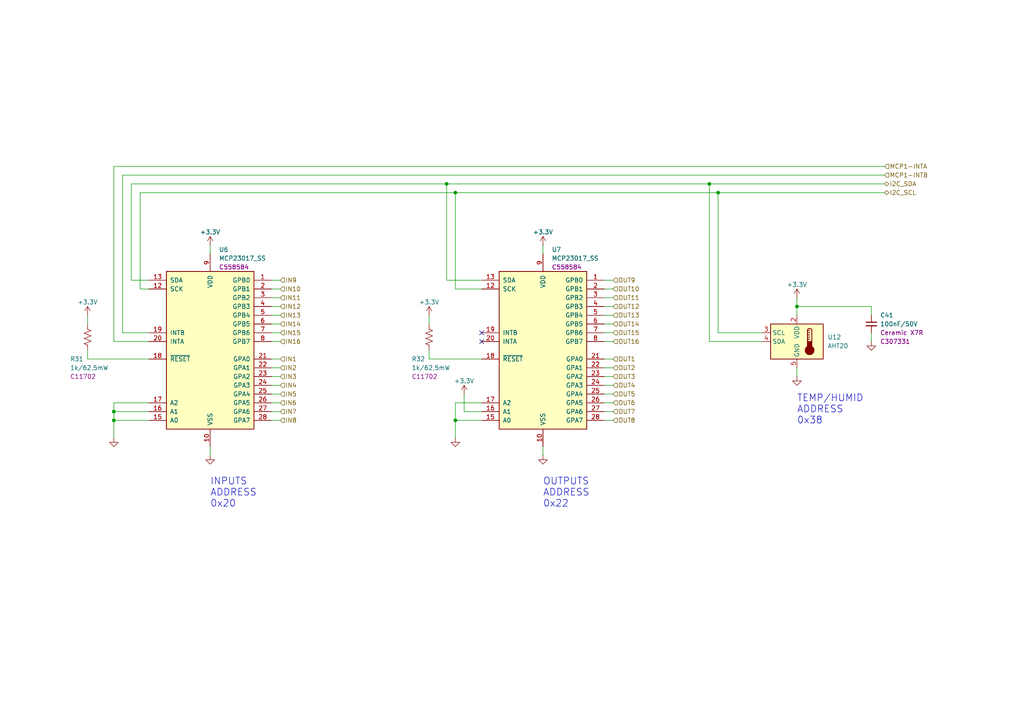
<source format=kicad_sch>
(kicad_sch (version 20231120) (generator "eeschema") (generator_version "8.0")
  (paper "A4")
  (title_block (title "ESP 16x 24VDC Input 16x 24VDC Output Module") (date "2023-05-05") (rev "V3"))
  (lib_symbols
    (symbol "Device:C_Small" (pin_numbers hide) (pin_names (offset 0.254) hide)
      (property "Reference" "C" (at 0.254 1.778 0))
      (property "Value" "C_Small" (at 0.254 -2.032 0))
      (symbol "C_Small_0_1"
        (polyline (pts (xy -1.524 -0.508) (xy 1.524 -0.508)) (stroke (width 0.3302)))
        (polyline (pts (xy -1.524 0.508) (xy 1.524 0.508)) (stroke (width 0.3048)))
      )
      (symbol "C_Small_1_1"
        (pin passive line (at 0 2.54 270) (length 2.032) (name "~") (number "1"))
        (pin passive line (at 0 -2.54 90) (length 2.032) (name "~") (number "2"))
      )
    )
    (symbol "Device:R_US" (pin_numbers hide) (pin_names (offset 0))
      (property "Reference" "R" (at 2.54 0 90))
      (property "Value" "R_US" (at -2.54 0 90))
      (symbol "R_US_0_1"
        (polyline (pts (xy 0 -2.286) (xy 0 -2.54)))
        (polyline (pts (xy 0 2.286) (xy 0 2.54)))
        (polyline (pts (xy 0 -0.762) (xy 1.016 -1.143) (xy 0 -1.524) (xy -1.016 -1.905) (xy 0 -2.286)))
        (polyline (pts (xy 0 0.762) (xy 1.016 0.381) (xy 0 0) (xy -1.016 -0.381) (xy 0 -0.762)))
        (polyline (pts (xy 0 2.286) (xy 1.016 1.905) (xy 0 1.524) (xy -1.016 1.143) (xy 0 0.762)))
      )
      (symbol "R_US_1_1"
        (pin passive line (at 0 3.81 270) (length 1.27) (name "~") (number "1"))
        (pin passive line (at 0 -3.81 90) (length 1.27) (name "~") (number "2"))
      )
    )
    (symbol "Interface_Expansion:MCP23017_SS" (pin_names (offset 1.016))
      (property "Reference" "U" (at -11.43 24.13 0))
      (property "Value" "MCP23017_SS" (at 0 0 0))
      (symbol "MCP23017_SS_0_1"
        (rectangle (start -12.7 22.86) (end 12.7 -22.86) (stroke (width 0.254)) (fill (type background)))
      )
      (symbol "MCP23017_SS_1_1"
        (pin bidirectional line (at 17.78 20.32 180) (length 5.08) (name "GPB0") (number "1"))
        (pin power_in line (at 0 -27.94 90) (length 5.08) (name "VSS") (number "10"))
        (pin no_connect line (at -12.7 15.24 0) (length 5.08) hide (name "NC") (number "11"))
        (pin input line (at -17.78 17.78 0) (length 5.08) (name "SCK") (number "12"))
        (pin bidirectional line (at -17.78 20.32 0) (length 5.08) (name "SDA") (number "13"))
        (pin no_connect line (at -12.7 12.7 0) (length 5.08) hide (name "NC") (number "14"))
        (pin input line (at -17.78 -20.32 0) (length 5.08) (name "A0") (number "15"))
        (pin input line (at -17.78 -17.78 0) (length 5.08) (name "A1") (number "16"))
        (pin input line (at -17.78 -15.24 0) (length 5.08) (name "A2") (number "17"))
        (pin input line (at -17.78 -2.54 0) (length 5.08) (name "~{RESET}") (number "18"))
        (pin tri_state line (at -17.78 5.08 0) (length 5.08) (name "INTB") (number "19"))
        (pin bidirectional line (at 17.78 17.78 180) (length 5.08) (name "GPB1") (number "2"))
        (pin tri_state line (at -17.78 2.54 0) (length 5.08) (name "INTA") (number "20"))
        (pin bidirectional line (at 17.78 -2.54 180) (length 5.08) (name "GPA0") (number "21"))
        (pin bidirectional line (at 17.78 -5.08 180) (length 5.08) (name "GPA1") (number "22"))
        (pin bidirectional line (at 17.78 -7.62 180) (length 5.08) (name "GPA2") (number "23"))
        (pin bidirectional line (at 17.78 -10.16 180) (length 5.08) (name "GPA3") (number "24"))
        (pin bidirectional line (at 17.78 -12.7 180) (length 5.08) (name "GPA4") (number "25"))
        (pin bidirectional line (at 17.78 -15.24 180) (length 5.08) (name "GPA5") (number "26"))
        (pin bidirectional line (at 17.78 -17.78 180) (length 5.08) (name "GPA6") (number "27"))
        (pin bidirectional line (at 17.78 -20.32 180) (length 5.08) (name "GPA7") (number "28"))
        (pin bidirectional line (at 17.78 15.24 180) (length 5.08) (name "GPB2") (number "3"))
        (pin bidirectional line (at 17.78 12.7 180) (length 5.08) (name "GPB3") (number "4"))
        (pin bidirectional line (at 17.78 10.16 180) (length 5.08) (name "GPB4") (number "5"))
        (pin bidirectional line (at 17.78 7.62 180) (length 5.08) (name "GPB5") (number "6"))
        (pin bidirectional line (at 17.78 5.08 180) (length 5.08) (name "GPB6") (number "7"))
        (pin bidirectional line (at 17.78 2.54 180) (length 5.08) (name "GPB7") (number "8"))
        (pin power_in line (at 0 27.94 270) (length 5.08) (name "VDD") (number "9"))
      )
    )
    (symbol "Tales:AHT20"
      (property "Reference" "U" (at -6.35 6.35 0))
      (property "Value" "AHT20" (at 7.62 6.35 0))
      (symbol "AHT20_0_1"
        (rectangle (start -7.62 5.08) (end 7.62 -5.08) (stroke (width 0.254)) (fill (type background)))
      )
      (symbol "AHT20_1_1"
        (polyline (pts (xy 3.048 0.635) (xy 3.683 0.635)) (stroke (width 0.254)))
        (polyline (pts (xy 3.048 1.27) (xy 3.683 1.27)) (stroke (width 0.254)))
        (polyline (pts (xy 3.048 1.905) (xy 3.683 1.905)) (stroke (width 0.254)))
        (polyline (pts (xy 3.048 2.54) (xy 3.683 2.54)) (stroke (width 0.254)))
        (polyline (pts (xy 3.048 3.175) (xy 3.048 0)) (stroke (width 0.254)))
        (polyline (pts (xy 3.048 3.175) (xy 3.683 3.175)) (stroke (width 0.254)))
        (polyline (pts (xy 4.318 3.175) (xy 4.318 0)) (stroke (width 0.254)))
        (circle (center 3.683 -2.54) (radius 1.27) (stroke (width 0.254)) (fill (type outline)))
        (rectangle (start 4.318 -1.905) (end 3.048 0) (stroke (width 0.254)) (fill (type outline)))
        (arc (start 4.318 3.175) (mid 3.683 3.8073) (end 3.048 3.175) (stroke (width 0.254)))
        (pin no_connect line (at 7.62 2.54 180) (length 2.54) hide (name "NC") (number "1"))
        (pin power_in line (at 0 7.62 270) (length 2.54) (name "VDD") (number "2"))
        (pin input line (at -10.16 2.54 0) (length 2.54) (name "SCL") (number "3"))
        (pin bidirectional line (at -10.16 0 0) (length 2.54) (name "SDA") (number "4"))
        (pin power_in line (at 0 -7.62 90) (length 2.54) (name "GND") (number "5"))
        (pin no_connect line (at 7.62 -2.54 180) (length 2.54) hide (name "NC") (number "6"))
      )
    )
    (symbol "power:+3.3V" (power) (pin_numbers hide) (pin_names (offset 0) hide)
      (property "Value" "+3.3V" (at 0 3.556 0))
      (symbol "+3.3V_0_1"
        (polyline (pts (xy -0.762 1.27) (xy 0 2.54)))
        (polyline (pts (xy 0 0) (xy 0 2.54)))
        (polyline (pts (xy 0 2.54) (xy 0.762 1.27)))
      )
      (symbol "+3.3V_1_1"
        (pin power_in line (at 0 0 90) (length 0) (name "~") (number "1"))
      )
    )
    (symbol "power:GND" (power) (pin_numbers hide) (pin_names (offset 0) hide)
      (property "Value" "GND" (at 0 -3.81 0))
      (symbol "GND_0_1"
        (polyline (pts (xy 0 0) (xy 0 -1.27) (xy 1.27 -1.27) (xy 0 -2.54) (xy -1.27 -1.27) (xy 0 -1.27)))
      )
      (symbol "GND_1_1"
        (pin power_in line (at 0 0 270) (length 0) (name "~") (number "1"))
      )
    )
  )
  (junction (at 231.14 88.9))
  (junction (at 132.08 55.88))
  (junction (at 33.02 119.38))
  (junction (at 208.28 55.88))
  (junction (at 205.74 53.34))
  (junction (at 132.08 121.92))
  (junction (at 33.02 121.92))
  (junction (at 129.54 53.34))
  (no_connect (at 139.7 99.06))
  (no_connect (at 139.7 96.52))
  (wire (pts (xy 231.14 88.9) (xy 231.14 91.44)))
  (wire (pts (xy 40.64 83.82) (xy 40.64 55.88)))
  (wire (pts (xy 81.28 96.52) (xy 78.74 96.52)))
  (wire (pts (xy 25.4 101.6) (xy 25.4 104.14)))
  (wire (pts (xy 38.1 53.34) (xy 129.54 53.34)))
  (wire (pts (xy 139.7 81.28) (xy 129.54 81.28)))
  (wire (pts (xy 33.02 121.92) (xy 43.18 121.92)))
  (wire (pts (xy 81.28 116.84) (xy 78.74 116.84)))
  (wire (pts (xy 81.28 104.14) (xy 78.74 104.14)))
  (wire (pts (xy 33.02 127) (xy 33.02 121.92)))
  (wire (pts (xy 129.54 81.28) (xy 129.54 53.34)))
  (wire (pts (xy 139.7 83.82) (xy 132.08 83.82)))
  (wire (pts (xy 252.73 91.44) (xy 252.73 88.9)))
  (wire (pts (xy 81.28 109.22) (xy 78.74 109.22)))
  (wire (pts (xy 81.28 111.76) (xy 78.74 111.76)))
  (wire (pts (xy 33.02 99.06) (xy 43.18 99.06)))
  (wire (pts (xy 35.56 96.52) (xy 43.18 96.52)))
  (wire (pts (xy 43.18 119.38) (xy 33.02 119.38)))
  (wire (pts (xy 81.28 121.92) (xy 78.74 121.92)))
  (wire (pts (xy 177.8 106.68) (xy 175.26 106.68)))
  (wire (pts (xy 60.96 129.54) (xy 60.96 132.08)))
  (wire (pts (xy 81.28 119.38) (xy 78.74 119.38)))
  (wire (pts (xy 124.46 104.14) (xy 139.7 104.14)))
  (wire (pts (xy 139.7 119.38) (xy 134.62 119.38)))
  (wire (pts (xy 33.02 119.38) (xy 33.02 121.92)))
  (wire (pts (xy 60.96 71.12) (xy 60.96 73.66)))
  (wire (pts (xy 81.28 106.68) (xy 78.74 106.68)))
  (wire (pts (xy 177.8 114.3) (xy 175.26 114.3)))
  (wire (pts (xy 177.8 96.52) (xy 175.26 96.52)))
  (wire (pts (xy 205.74 53.34) (xy 256.54 53.34)))
  (wire (pts (xy 220.98 96.52) (xy 208.28 96.52)))
  (wire (pts (xy 177.8 121.92) (xy 175.26 121.92)))
  (wire (pts (xy 81.28 93.98) (xy 78.74 93.98)))
  (wire (pts (xy 124.46 101.6) (xy 124.46 104.14)))
  (wire (pts (xy 33.02 99.06) (xy 33.02 48.26)))
  (wire (pts (xy 177.8 88.9) (xy 175.26 88.9)))
  (wire (pts (xy 252.73 96.52) (xy 252.73 99.06)))
  (wire (pts (xy 177.8 83.82) (xy 175.26 83.82)))
  (wire (pts (xy 132.08 127) (xy 132.08 121.92)))
  (wire (pts (xy 81.28 114.3) (xy 78.74 114.3)))
  (wire (pts (xy 177.8 109.22) (xy 175.26 109.22)))
  (wire (pts (xy 132.08 83.82) (xy 132.08 55.88)))
  (wire (pts (xy 43.18 83.82) (xy 40.64 83.82)))
  (wire (pts (xy 132.08 121.92) (xy 139.7 121.92)))
  (wire (pts (xy 81.28 88.9) (xy 78.74 88.9)))
  (wire (pts (xy 177.8 93.98) (xy 175.26 93.98)))
  (wire (pts (xy 134.62 119.38) (xy 134.62 114.3)))
  (wire (pts (xy 177.8 104.14) (xy 175.26 104.14)))
  (wire (pts (xy 157.48 71.12) (xy 157.48 73.66)))
  (wire (pts (xy 139.7 116.84) (xy 132.08 116.84)))
  (wire (pts (xy 43.18 116.84) (xy 33.02 116.84)))
  (wire (pts (xy 25.4 91.44) (xy 25.4 93.98)))
  (wire (pts (xy 81.28 81.28) (xy 78.74 81.28)))
  (wire (pts (xy 220.98 99.06) (xy 205.74 99.06)))
  (wire (pts (xy 81.28 91.44) (xy 78.74 91.44)))
  (wire (pts (xy 129.54 53.34) (xy 205.74 53.34)))
  (wire (pts (xy 208.28 96.52) (xy 208.28 55.88)))
  (wire (pts (xy 35.56 96.52) (xy 35.56 50.8)))
  (wire (pts (xy 25.4 104.14) (xy 43.18 104.14)))
  (wire (pts (xy 208.28 55.88) (xy 256.54 55.88)))
  (wire (pts (xy 177.8 91.44) (xy 175.26 91.44)))
  (wire (pts (xy 252.73 88.9) (xy 231.14 88.9)))
  (wire (pts (xy 81.28 86.36) (xy 78.74 86.36)))
  (wire (pts (xy 40.64 55.88) (xy 132.08 55.88)))
  (wire (pts (xy 157.48 129.54) (xy 157.48 132.08)))
  (wire (pts (xy 35.56 50.8) (xy 256.54 50.8)))
  (wire (pts (xy 231.14 106.68) (xy 231.14 109.22)))
  (wire (pts (xy 132.08 116.84) (xy 132.08 121.92)))
  (wire (pts (xy 81.28 99.06) (xy 78.74 99.06)))
  (wire (pts (xy 132.08 55.88) (xy 208.28 55.88)))
  (wire (pts (xy 81.28 83.82) (xy 78.74 83.82)))
  (wire (pts (xy 177.8 111.76) (xy 175.26 111.76)))
  (wire (pts (xy 124.46 91.44) (xy 124.46 93.98)))
  (wire (pts (xy 177.8 81.28) (xy 175.26 81.28)))
  (wire (pts (xy 177.8 99.06) (xy 175.26 99.06)))
  (wire (pts (xy 231.14 86.36) (xy 231.14 88.9)))
  (wire (pts (xy 177.8 86.36) (xy 175.26 86.36)))
  (wire (pts (xy 205.74 99.06) (xy 205.74 53.34)))
  (wire (pts (xy 177.8 119.38) (xy 175.26 119.38)))
  (wire (pts (xy 33.02 48.26) (xy 256.54 48.26)))
  (wire (pts (xy 33.02 116.84) (xy 33.02 119.38)))
  (wire (pts (xy 38.1 81.28) (xy 38.1 53.34)))
  (wire (pts (xy 177.8 116.84) (xy 175.26 116.84)))
  (wire (pts (xy 43.18 81.28) (xy 38.1 81.28)))
  (text "OUTPUTS\nADDRESS\n0x22" (at 157.48 147.32 0) (effects (font (size 2 2)) (justify left bottom)))
  (text "INPUTS\nADDRESS\n0x20" (at 60.96 147.32 0) (effects (font (size 2 2)) (justify left bottom)))
  (text "TEMP/HUMID\nADDRESS\n0x38" (at 231.14 123.19 0) (effects (font (size 2 2)) (justify left bottom)))
  (hierarchical_label "IN1" (shape input) (at 81.28 104.14 0))
  (hierarchical_label "I2C_SDA" (shape bidirectional) (at 256.54 53.34 0))
  (hierarchical_label "OUT8" (shape input) (at 177.8 121.92 0))
  (hierarchical_label "OUT14" (shape input) (at 177.8 93.98 0))
  (hierarchical_label "IN10" (shape input) (at 81.28 83.82 0))
  (hierarchical_label "OUT4" (shape input) (at 177.8 111.76 0))
  (hierarchical_label "OUT13" (shape input) (at 177.8 91.44 0))
  (hierarchical_label "OUT2" (shape input) (at 177.8 106.68 0))
  (hierarchical_label "OUT7" (shape input) (at 177.8 119.38 0))
  (hierarchical_label "IN14" (shape input) (at 81.28 93.98 0))
  (hierarchical_label "OUT16" (shape input) (at 177.8 99.06 0))
  (hierarchical_label "IN5" (shape input) (at 81.28 114.3 0))
  (hierarchical_label "OUT1" (shape input) (at 177.8 104.14 0))
  (hierarchical_label "IN15" (shape input) (at 81.28 96.52 0))
  (hierarchical_label "IN2" (shape input) (at 81.28 106.68 0))
  (hierarchical_label "OUT12" (shape input) (at 177.8 88.9 0))
  (hierarchical_label "IN3" (shape input) (at 81.28 109.22 0))
  (hierarchical_label "IN11" (shape input) (at 81.28 86.36 0))
  (hierarchical_label "IN16" (shape input) (at 81.28 99.06 0))
  (hierarchical_label "I2C_SCL" (shape bidirectional) (at 256.54 55.88 0))
  (hierarchical_label "IN8" (shape input) (at 81.28 121.92 0))
  (hierarchical_label "OUT6" (shape input) (at 177.8 116.84 0))
  (hierarchical_label "OUT15" (shape input) (at 177.8 96.52 0))
  (hierarchical_label "IN4" (shape input) (at 81.28 111.76 0))
  (hierarchical_label "IN13" (shape input) (at 81.28 91.44 0))
  (hierarchical_label "OUT11" (shape input) (at 177.8 86.36 0))
  (hierarchical_label "MCP1-INTA" (shape input) (at 256.54 48.26 0))
  (hierarchical_label "OUT9" (shape input) (at 177.8 81.28 0))
  (hierarchical_label "IN6" (shape input) (at 81.28 116.84 0))
  (hierarchical_label "MCP1-INTB" (shape input) (at 256.54 50.8 0))
  (hierarchical_label "IN7" (shape input) (at 81.28 119.38 0))
  (hierarchical_label "OUT5" (shape input) (at 177.8 114.3 0))
  (hierarchical_label "OUT3" (shape input) (at 177.8 109.22 0))
  (hierarchical_label "IN12" (shape input) (at 81.28 88.9 0))
  (hierarchical_label "OUT10" (shape input) (at 177.8 83.82 0))
  (hierarchical_label "IN9" (shape input) (at 81.28 81.28 0))
  (symbol (lib_id "Interface_Expansion:MCP23017_SS") (at 60.96 101.6 0) (unit 1)
    (property "Reference" "U6" (at 63.5 72.39 0) (effects (justify left)))
    (property "Value" "MCP23017_SS" (at 63.5 74.93 0) (effects (justify left)))
    (property "Footprint" "Tales:SSOP-28_5.3x10.2mm_P0.65mm" (effects (hide yes)))
    (property "Datasheet" "http://ww1.microchip.com/downloads/en/DeviceDoc/20001952C.pdf" (effects (hide yes)))
    (property "JLCPCB BOM" "1" (effects (hide yes)))
    (property "Case" "SSOP-28-5.3" (effects (hide yes)))
    (property "LCSC Part #" "C558584" (at 63.5 77.47 0) (effects (justify left)))
    (property "Mfr" "Microchip" (effects (hide yes)))
    (property "Mfr PN" "MCP23017T-E/SS" (effects (hide yes)))
    (property "Vendor" "JLCPCB" (effects (hide yes)))
    (property "Vendor PN" "C558584" (effects (hide yes)))
  )
  (symbol (lib_id "power:GND") (at 132.08 127 0) (unit 1)
    (property "Reference" "#PWR069" (effects (hide yes)))
    (property "Value" "GND" (effects (hide yes)))
    (property "Description" "Power symbol creates a global label with name \"GND\" , ground" (effects (hide yes)))
  )
  (symbol (lib_id "power:+3.3V") (at 157.48 71.12 0) (unit 1)
    (property "Reference" "#PWR071" (effects (hide yes)))
    (property "Value" "+3.3V" (at 157.48 67.31 0))
    (property "Description" "Power symbol creates a global label with name \"+3.3V\"" (effects (hide yes)))
  )
  (symbol (lib_id "power:GND") (at 252.73 99.06 0) (unit 1)
    (property "Reference" "#PWR046" (effects (hide yes)))
    (property "Value" "GND" (effects (hide yes)))
    (property "Description" "Power symbol creates a global label with name \"GND\" , ground" (effects (hide yes)))
  )
  (symbol (lib_id "Device:R_US") (at 25.4 97.79 0) (unit 1)
    (property "Reference" "R31" (at 20.32 104.14 0) (effects (justify left)))
    (property "Value" "1k/62,5mW" (at 20.32 106.68 0) (effects (justify left)))
    (property "Footprint" "Tales:R_0402_1005Metric" (effects (hide yes)))
    (property "Case" "0402/1005" (effects (hide yes)))
    (property "LCSC Part #" "C11702" (at 20.32 109.22 0) (effects (justify left)))
    (property "Mfr" "Uniroyal" (effects (hide yes)))
    (property "Mfr PN" "0402WGF1001TCE" (effects (hide yes)))
    (property "Vendor" "JLCPCB" (effects (hide yes)))
    (property "Vendor PN" "C11702" (effects (hide yes)))
    (property "JLCPCB BOM" "1" (effects (hide yes)))
  )
  (symbol (lib_id "power:GND") (at 33.02 127 0) (unit 1)
    (property "Reference" "#PWR065" (effects (hide yes)))
    (property "Value" "GND" (effects (hide yes)))
    (property "Description" "Power symbol creates a global label with name \"GND\" , ground" (effects (hide yes)))
  )
  (symbol (lib_id "Device:C_Small") (at 252.73 93.98 0) (unit 1)
    (property "Reference" "C41" (at 255.27 91.44 0) (effects (justify left)))
    (property "Value" "100nF/50V" (at 255.27 93.98 0) (effects (justify left)))
    (property "Footprint" "Tales:C_0402_1005Metric" (effects (hide yes)))
    (property "JLCPCB BOM" "1" (effects (hide yes)))
    (property "Technology" "Ceramic X7R" (at 255.27 96.52 0) (effects (justify left)))
    (property "LCSC Part #" "C307331" (at 255.27 99.06 0) (effects (justify left)))
    (property "Mfr" "Samsung" (effects (hide yes)))
    (property "Mfr PN" "CL05B104KB54PNC" (effects (hide yes)))
    (property "Vendor" "JLCPCB" (effects (hide yes)))
    (property "Vendor PN" "C307331" (effects (hide yes)))
    (property "Package" "0402/1005" (effects (hide yes)))
    (property "Case" "0402/1005" (effects (hide yes)))
  )
  (symbol (lib_id "power:+3.3V") (at 124.46 91.44 0) (unit 1)
    (property "Reference" "#PWR068" (effects (hide yes)))
    (property "Value" "+3.3V" (at 124.46 87.63 0))
    (property "Description" "Power symbol creates a global label with name \"+3.3V\"" (effects (hide yes)))
  )
  (symbol (lib_id "power:+3.3V") (at 231.14 86.36 0) (unit 1)
    (property "Reference" "#PWR043" (effects (hide yes)))
    (property "Value" "+3.3V" (at 231.14 82.55 0))
    (property "Description" "Power symbol creates a global label with name \"+3.3V\"" (effects (hide yes)))
  )
  (symbol (lib_id "Interface_Expansion:MCP23017_SS") (at 157.48 101.6 0) (unit 1)
    (property "Reference" "U7" (at 160.02 72.39 0) (effects (justify left)))
    (property "Value" "MCP23017_SS" (at 160.02 74.93 0) (effects (justify left)))
    (property "Footprint" "Tales:SSOP-28_5.3x10.2mm_P0.65mm" (effects (hide yes)))
    (property "Datasheet" "http://ww1.microchip.com/downloads/en/DeviceDoc/20001952C.pdf" (effects (hide yes)))
    (property "JLCPCB BOM" "1" (effects (hide yes)))
    (property "Case" "SSOP-28-5.3" (effects (hide yes)))
    (property "LCSC Part #" "C558584" (at 160.02 77.47 0) (effects (justify left)))
    (property "Mfr" "Microchip" (effects (hide yes)))
    (property "Mfr PN" "MCP23017T-E/SS" (effects (hide yes)))
    (property "Vendor" "JLCPCB" (effects (hide yes)))
    (property "Vendor PN" "C558584" (effects (hide yes)))
  )
  (symbol (lib_id "power:+3.3V") (at 134.62 114.3 0) (unit 1)
    (property "Reference" "#PWR070" (effects (hide yes)))
    (property "Value" "+3.3V" (at 134.62 110.49 0))
    (property "Description" "Power symbol creates a global label with name \"+3.3V\"" (effects (hide yes)))
  )
  (symbol (lib_id "power:+3.3V") (at 25.4 91.44 0) (unit 1)
    (property "Reference" "#PWR064" (effects (hide yes)))
    (property "Value" "+3.3V" (at 25.4 87.63 0))
    (property "Description" "Power symbol creates a global label with name \"+3.3V\"" (effects (hide yes)))
  )
  (symbol (lib_id "Tales:AHT20") (at 231.14 99.06 0) (unit 1)
    (property "Reference" "U12" (at 240.03 97.7899 0) (effects (justify left)))
    (property "Value" "AHT20" (at 240.03 100.3299 0) (effects (justify left)))
    (property "Footprint" "Tales:DFN-6-3x3mm_P1mm" (effects (hide yes)))
    (property "Description" "I2C Temperature Sensor, ±0.3ºC, DFN-6" (effects (hide yes)))
  )
  (symbol (lib_id "power:GND") (at 60.96 132.08 0) (unit 1)
    (property "Reference" "#PWR067" (effects (hide yes)))
    (property "Value" "GND" (effects (hide yes)))
    (property "Description" "Power symbol creates a global label with name \"GND\" , ground" (effects (hide yes)))
  )
  (symbol (lib_id "power:GND") (at 157.48 132.08 0) (unit 1)
    (property "Reference" "#PWR072" (effects (hide yes)))
    (property "Value" "GND" (effects (hide yes)))
    (property "Description" "Power symbol creates a global label with name \"GND\" , ground" (effects (hide yes)))
  )
  (symbol (lib_id "Device:R_US") (at 124.46 97.79 0) (unit 1)
    (property "Reference" "R32" (at 119.38 104.14 0) (effects (justify left)))
    (property "Value" "1k/62,5mW" (at 119.38 106.68 0) (effects (justify left)))
    (property "Footprint" "Tales:R_0402_1005Metric" (effects (hide yes)))
    (property "Case" "0402/1005" (effects (hide yes)))
    (property "LCSC Part #" "C11702" (at 119.38 109.22 0) (effects (justify left)))
    (property "Mfr" "Uniroyal" (effects (hide yes)))
    (property "Mfr PN" "0402WGF1001TCE" (effects (hide yes)))
    (property "Vendor" "JLCPCB" (effects (hide yes)))
    (property "Vendor PN" "C11702" (effects (hide yes)))
    (property "JLCPCB BOM" "1" (effects (hide yes)))
  )
  (symbol (lib_id "power:+3.3V") (at 60.96 71.12 0) (unit 1)
    (property "Reference" "#PWR066" (effects (hide yes)))
    (property "Value" "+3.3V" (at 60.96 67.31 0))
    (property "Description" "Power symbol creates a global label with name \"+3.3V\"" (effects (hide yes)))
  )
  (symbol (lib_id "power:GND") (at 231.14 109.22 0) (unit 1)
    (property "Reference" "#PWR045" (effects (hide yes)))
    (property "Value" "GND" (effects (hide yes)))
    (property "Description" "Power symbol creates a global label with name \"GND\" , ground" (effects (hide yes)))
  )
)
</source>
